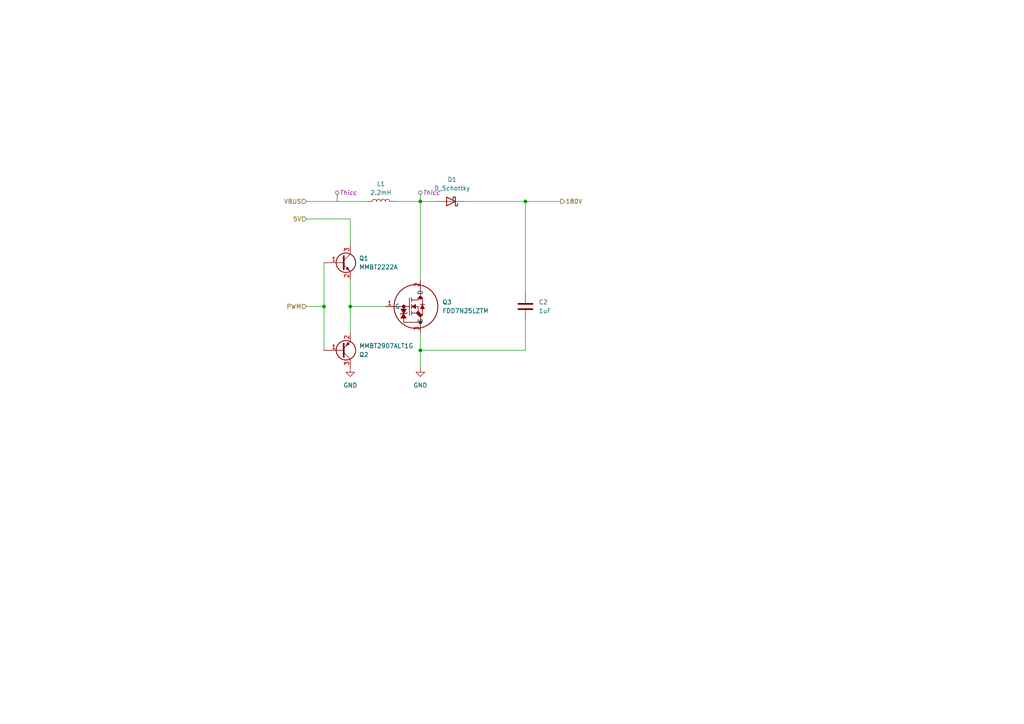
<source format=kicad_sch>
(kicad_sch (version 20231120) (generator "eeschema") (generator_version "8.0")
  (paper "A4")
  (lib_symbols
    (symbol "Device:C" (pin_numbers hide) (pin_names (offset 0.254))
      (property "Reference" "C" (at 0.635 2.54 0))
      (property "Value" "C" (at 0.635 -2.54 0))
      (symbol "C_0_1"
        (polyline (pts (xy -2.032 -0.762) (xy 2.032 -0.762)) (stroke (width 0.508)))
        (polyline (pts (xy -2.032 0.762) (xy 2.032 0.762)) (stroke (width 0.508)))
      )
      (symbol "C_1_1"
        (pin passive line (at 0 3.81 270) (length 2.794) (name "~") (number "1"))
        (pin passive line (at 0 -3.81 90) (length 2.794) (name "~") (number "2"))
      )
    )
    (symbol "Device:D_Schottky" (pin_numbers hide) (pin_names (offset 1.016) hide)
      (property "Reference" "D" (at 0 2.54 0))
      (property "Value" "D_Schottky" (at 0 -2.54 0))
      (symbol "D_Schottky_0_1"
        (polyline (pts (xy 1.27 0) (xy -1.27 0)))
        (polyline (pts (xy 1.27 1.27) (xy 1.27 -1.27) (xy -1.27 0) (xy 1.27 1.27)) (stroke (width 0.254)))
        (polyline (pts (xy -1.905 0.635) (xy -1.905 1.27) (xy -1.27 1.27) (xy -1.27 -1.27) (xy -0.635 -1.27) (xy -0.635 -0.635)) (stroke (width 0.254)))
      )
      (symbol "D_Schottky_1_1"
        (pin passive line (at -3.81 0 0) (length 2.54) (name "K") (number "1"))
        (pin passive line (at 3.81 0 180) (length 2.54) (name "A") (number "2"))
      )
    )
    (symbol "Device:L" (pin_numbers hide) (pin_names (offset 1.016) hide)
      (property "Reference" "L" (at -1.27 0 90))
      (property "Value" "L" (at 1.905 0 90))
      (symbol "L_0_1"
        (arc (start 0 -2.54) (mid 0.6323 -1.905) (end 0 -1.27))
        (arc (start 0 -1.27) (mid 0.6323 -0.635) (end 0 0))
        (arc (start 0 0) (mid 0.6323 0.635) (end 0 1.27))
        (arc (start 0 1.27) (mid 0.6323 1.905) (end 0 2.54))
      )
      (symbol "L_1_1"
        (pin passive line (at 0 3.81 270) (length 1.27) (name "1") (number "1"))
        (pin passive line (at 0 -3.81 90) (length 1.27) (name "2") (number "2"))
      )
    )
    (symbol "Device:Q_NPN_BEC" (pin_names (offset 0) hide)
      (property "Reference" "Q" (at 5.08 1.27 0))
      (property "Value" "Q_NPN_BEC" (at 5.08 -1.27 0))
      (symbol "Q_NPN_BEC_0_1"
        (polyline (pts (xy 0.635 0.635) (xy 2.54 2.54)))
        (polyline (pts (xy 0.635 -0.635) (xy 2.54 -2.54) (xy 2.54 -2.54)))
        (polyline (pts (xy 0.635 1.905) (xy 0.635 -1.905) (xy 0.635 -1.905)) (stroke (width 0.508)))
        (polyline (pts (xy 1.27 -1.778) (xy 1.778 -1.27) (xy 2.286 -2.286) (xy 1.27 -1.778) (xy 1.27 -1.778)) (fill (type outline)))
        (circle (center 1.27 0) (radius 2.8194) (stroke (width 0.254)))
      )
      (symbol "Q_NPN_BEC_1_1"
        (pin input line (at -5.08 0 0) (length 5.715) (name "B") (number "1"))
        (pin passive line (at 2.54 -5.08 90) (length 2.54) (name "E") (number "2"))
        (pin passive line (at 2.54 5.08 270) (length 2.54) (name "C") (number "3"))
      )
    )
    (symbol "Device:Q_PNP_BEC" (pin_names (offset 0) hide)
      (property "Reference" "Q" (at 5.08 1.27 0))
      (property "Value" "Q_PNP_BEC" (at 5.08 -1.27 0))
      (symbol "Q_PNP_BEC_0_1"
        (polyline (pts (xy 0.635 0.635) (xy 2.54 2.54)))
        (polyline (pts (xy 0.635 -0.635) (xy 2.54 -2.54) (xy 2.54 -2.54)))
        (polyline (pts (xy 0.635 1.905) (xy 0.635 -1.905) (xy 0.635 -1.905)) (stroke (width 0.508)))
        (polyline (pts (xy 2.286 -1.778) (xy 1.778 -2.286) (xy 1.27 -1.27) (xy 2.286 -1.778) (xy 2.286 -1.778)) (fill (type outline)))
        (circle (center 1.27 0) (radius 2.8194) (stroke (width 0.254)))
      )
      (symbol "Q_PNP_BEC_1_1"
        (pin input line (at -5.08 0 0) (length 5.715) (name "B") (number "1"))
        (pin passive line (at 2.54 -5.08 90) (length 2.54) (name "E") (number "2"))
        (pin passive line (at 2.54 5.08 270) (length 2.54) (name "C") (number "3"))
      )
    )
    (symbol "Transistor_FET_:FDD7N25LZTM" (pin_names (offset 0.254))
      (property "Reference" "Q" (at 18.542 1.905 0))
      (property "Value" "FDD7N25LZTM" (at 18.542 -2.54 0))
      (symbol "FDD7N25LZTM_0_1"
        (polyline (pts (xy 2.54 0) (xy 6.985 0)) (stroke (width 0.2032)))
        (polyline (pts (xy 4.5085 -3.3655) (xy 5.2705 -2.0955)) (stroke (width 0.2032)))
        (polyline (pts (xy 4.572 -2.032) (xy 4.318 -2.286)) (stroke (width 0.2032)))
        (polyline (pts (xy 4.572 -2.032) (xy 6.096 -2.032)) (stroke (width 0.2032)))
        (polyline (pts (xy 4.572 -0.762) (xy 6.096 -0.762)) (stroke (width 0.2032)))
        (polyline (pts (xy 5.2705 -2.0955) (xy 6.0325 -3.3655)) (stroke (width 0.2032)))
        (polyline (pts (xy 5.334 -4.572) (xy 5.334 0)) (stroke (width 0.2032)))
        (polyline (pts (xy 5.334 -2.032) (xy 4.572 -0.762)) (stroke (width 0.2032)))
        (polyline (pts (xy 5.334 -2.032) (xy 5.08 -0.762)) (fill (type outline)))
        (polyline (pts (xy 6.0325 -3.3655) (xy 4.5085 -3.3655)) (stroke (width 0.2032)))
        (polyline (pts (xy 6.096 -2.032) (xy 6.35 -1.778)) (stroke (width 0.2032)))
        (polyline (pts (xy 6.096 -0.762) (xy 5.334 -2.032)) (stroke (width 0.2032)))
        (polyline (pts (xy 6.985 -2.54) (xy 6.985 2.54)) (stroke (width 0.2032)))
        (polyline (pts (xy 7.62 -2.54) (xy 7.62 -1.27)) (stroke (width 0.2032)))
        (polyline (pts (xy 7.62 -1.905) (xy 9.525 -1.905)) (stroke (width 0.2032)))
        (polyline (pts (xy 7.62 -0.635) (xy 7.62 0.635)) (stroke (width 0.2032)))
        (polyline (pts (xy 7.62 1.27) (xy 7.62 2.54)) (stroke (width 0.2032)))
        (polyline (pts (xy 7.62 1.905) (xy 9.525 1.905)) (stroke (width 0.2032)))
        (polyline (pts (xy 8.89 0) (xy 9.525 0)) (stroke (width 0.2032)))
        (polyline (pts (xy 9.525 -2.54) (xy 9.525 0)) (stroke (width 0.2032)))
        (polyline (pts (xy 9.525 -2.54) (xy 10.795 -2.54)) (stroke (width 0.2032)))
        (polyline (pts (xy 9.525 1.905) (xy 9.525 2.54)) (stroke (width 0.2032)))
        (polyline (pts (xy 9.525 2.54) (xy 10.795 2.54)) (stroke (width 0.2032)))
        (polyline (pts (xy 10.16 -4.572) (xy 5.334 -4.572)) (stroke (width 0.2032)))
        (polyline (pts (xy 10.16 -2.54) (xy 10.16 -5.08)) (stroke (width 0.2032)))
        (polyline (pts (xy 10.16 5.08) (xy 10.16 2.54)) (stroke (width 0.2032)))
        (polyline (pts (xy 10.795 -2.54) (xy 10.795 -0.635)) (stroke (width 0.2032)))
        (polyline (pts (xy 10.795 0.635) (xy 10.795 2.54)) (stroke (width 0.2032)))
        (polyline (pts (xy 11.43 0.635) (xy 10.16 0.635)) (stroke (width 0.2032)))
        (polyline (pts (xy 4.5085 -3.3655) (xy 5.2705 -2.0955) (xy 6.0325 -3.3655)) (fill (type outline)))
        (polyline (pts (xy 5.334 -2.032) (xy 4.572 -0.762) (xy 6.096 -0.762)) (fill (type outline)))
        (polyline (pts (xy 8.89 0.635) (xy 7.62 0) (xy 8.89 -0.635)) (fill (type outline)))
        (polyline (pts (xy 11.43 -0.635) (xy 10.16 -0.635) (xy 10.795 0.635)) (fill (type outline)))
        (circle (center 5.334 0) (radius 0.0254) (stroke (width 0.508)))
        (circle (center 8.89 0) (radius 6.35) (stroke (width 0.254)))
        (circle (center 9.525 -1.905) (radius 0.0254) (stroke (width 0.508)))
        (circle (center 10.16 -4.572) (radius 0.0254) (stroke (width 0.508)))
        (circle (center 10.16 -2.54) (radius 0.0254) (stroke (width 0.508)))
        (circle (center 10.16 2.54) (radius 0.0254) (stroke (width 0.508)))
        (pin input line (at 0 0 0) (length 2.54) (name "G") (number "1"))
        (pin passive line (at 10.16 7.62 270) (length 2.54) (name "D") (number "2"))
        (pin passive line (at 10.16 -7.62 90) (length 2.54) (name "S") (number "3"))
      )
    )
    (symbol "power:GND" (power) (pin_numbers hide) (pin_names (offset 0) hide)
      (property "Value" "GND" (at 0 -3.81 0))
      (symbol "GND_0_1"
        (polyline (pts (xy 0 0) (xy 0 -1.27) (xy 1.27 -1.27) (xy 0 -2.54) (xy -1.27 -1.27) (xy 0 -1.27)))
      )
      (symbol "GND_1_1"
        (pin power_in line (at 0 0 270) (length 0) (name "~") (number "1"))
      )
    )
  )
  (junction (at 101.6 88.9))
  (junction (at 121.92 101.6))
  (junction (at 93.98 88.9))
  (junction (at 152.4 58.42))
  (junction (at 121.92 58.42))
  (wire (pts (xy 101.6 81.28) (xy 101.6 88.9)))
  (wire (pts (xy 101.6 88.9) (xy 101.6 96.52)))
  (wire (pts (xy 152.4 92.71) (xy 152.4 101.6)))
  (wire (pts (xy 101.6 88.9) (xy 111.76 88.9)))
  (wire (pts (xy 121.92 101.6) (xy 152.4 101.6)))
  (wire (pts (xy 121.92 58.42) (xy 121.92 81.28)))
  (wire (pts (xy 88.9 88.9) (xy 93.98 88.9)))
  (wire (pts (xy 93.98 88.9) (xy 93.98 101.6)))
  (wire (pts (xy 121.92 96.52) (xy 121.92 101.6)))
  (wire (pts (xy 101.6 63.5) (xy 101.6 71.12)))
  (wire (pts (xy 134.62 58.42) (xy 152.4 58.42)))
  (wire (pts (xy 121.92 101.6) (xy 121.92 106.68)))
  (wire (pts (xy 152.4 58.42) (xy 162.56 58.42)))
  (wire (pts (xy 106.68 58.42) (xy 88.9 58.42)))
  (wire (pts (xy 114.3 58.42) (xy 121.92 58.42)))
  (wire (pts (xy 152.4 58.42) (xy 152.4 85.09)))
  (wire (pts (xy 88.9 63.5) (xy 101.6 63.5)))
  (wire (pts (xy 121.92 58.42) (xy 127 58.42)))
  (wire (pts (xy 93.98 88.9) (xy 93.98 76.2)))
  (hierarchical_label "180V" (shape output) (at 162.56 58.42 0))
  (hierarchical_label "PWM" (shape input) (at 88.9 88.9 180))
  (hierarchical_label "5V" (shape input) (at 88.9 63.5 180))
  (hierarchical_label "VBUS" (shape input) (at 88.9 58.42 180))
  (netclass_flag "" (length 2.54) (shape round) (at 121.92 58.42 0) (property "Netclass" "Thicc" (at 122.6185 55.88 0) (effects (font (italic yes)) (justify left))))
  (netclass_flag "" (length 2.54) (shape round) (at 97.79 58.42 0) (property "Netclass" "Thicc" (at 98.4885 55.88 0) (effects (font (italic yes)) (justify left))))
  (symbol (lib_id "Transistor_FET_:FDD7N25LZTM") (at 111.76 88.9 0) (unit 1)
    (property "Reference" "Q3" (at 128.27 87.6299 0) (effects (justify left)))
    (property "Value" "FDD7N25LZTM" (at 128.27 90.1699 0) (effects (justify left)))
    (property "Footprint" "On Semi:DPAK_FDD7N_ONS" (effects (hide yes)))
    (property "Datasheet" "FDD7N25LZTM" (effects (hide yes)))
    (property "Description" "N-MOSFET transistor, gate/drain/source" (effects (hide yes)))
  )
  (symbol (lib_id "Device:D_Schottky") (at 130.81 58.42 180) (unit 1)
    (property "Reference" "D1" (at 131.1275 52.07 0))
    (property "Value" "D_Schottky" (at 131.1275 54.61 0))
    (property "Footprint" "Diode_SMD:D_SOD-123" (effects (hide yes)))
    (property "Description" "Schottky diode" (effects (hide yes)))
  )
  (symbol (lib_id "power:GND") (at 101.6 106.68 0) (unit 1)
    (property "Reference" "#PWR04" (effects (hide yes)))
    (property "Value" "GND" (at 101.6 111.76 0))
    (property "Description" "Power symbol creates a global label with name \"GND\" , ground" (effects (hide yes)))
  )
  (symbol (lib_id "Device:C") (at 152.4 88.9 0) (unit 1)
    (property "Reference" "C2" (at 156.21 87.6299 0) (effects (justify left)))
    (property "Value" "1uF" (at 156.21 90.1699 0) (effects (justify left)))
    (property "Footprint" "Capacitor_SMD:C_0805_2012Metric" (effects (hide yes)))
    (property "Description" "Unpolarized capacitor" (effects (hide yes)))
  )
  (symbol (lib_id "power:GND") (at 121.92 106.68 0) (unit 1)
    (property "Reference" "#PWR06" (effects (hide yes)))
    (property "Value" "GND" (at 121.92 111.76 0))
    (property "Description" "Power symbol creates a global label with name \"GND\" , ground" (effects (hide yes)))
  )
  (symbol (lib_id "Device:L") (at 110.49 58.42 90) (unit 1)
    (property "Reference" "L1" (at 110.49 53.34 90))
    (property "Value" "2.2mH" (at 110.49 55.88 90))
    (property "Footprint" "Inductor_:Bourns RLB1014" (effects (hide yes)))
    (property "Description" "Inductor" (effects (hide yes)))
  )
  (symbol (lib_id "Device:Q_NPN_BEC") (at 99.06 76.2 0) (unit 1)
    (property "Reference" "Q1" (at 104.14 74.9299 0) (effects (justify left)))
    (property "Value" "MMBT2222A" (at 104.14 77.4699 0) (effects (justify left)))
    (property "Footprint" "Package_TO_SOT_SMD:SOT-23" (effects (hide yes)))
    (property "Description" "NPN transistor, base/emitter/collector" (effects (hide yes)))
  )
  (symbol (lib_id "Device:Q_PNP_BEC") (at 99.06 101.6 0) (mirror x) (unit 1)
    (property "Reference" "Q2" (at 104.14 102.8701 0) (effects (justify left)))
    (property "Value" "MMBT2907ALT1G" (at 104.14 100.3301 0) (effects (justify left)))
    (property "Footprint" "Package_TO_SOT_SMD:SOT-23" (effects (hide yes)))
    (property "Description" "PNP transistor, base/emitter/collector" (effects (hide yes)))
  )
)
</source>
